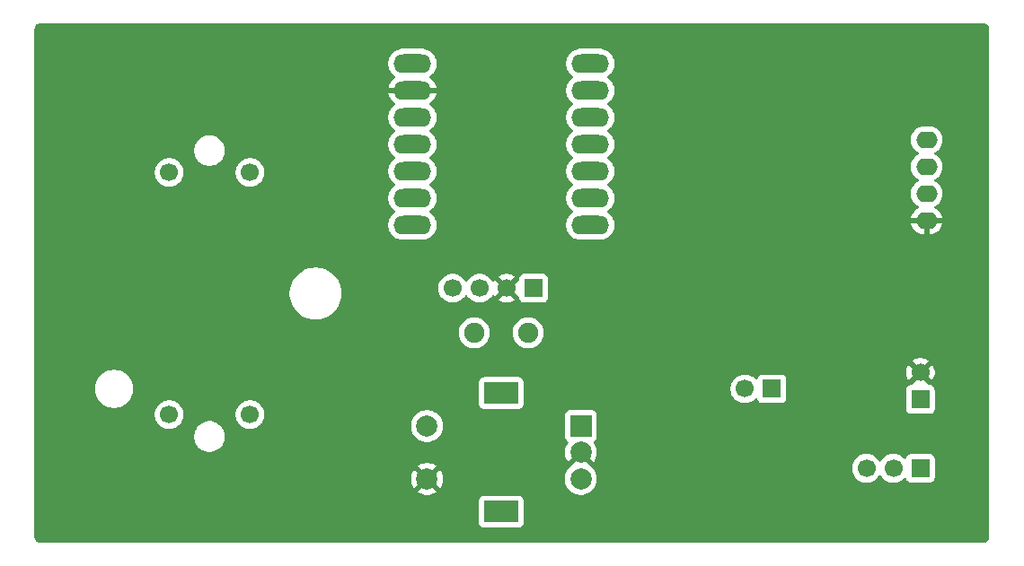
<source format=gbr>
%TF.GenerationSoftware,KiCad,Pcbnew,9.0.6*%
%TF.CreationDate,2026-02-02T20:02:42-08:00*%
%TF.ProjectId,Display Device,44697370-6c61-4792-9044-65766963652e,rev?*%
%TF.SameCoordinates,Original*%
%TF.FileFunction,Copper,L2,Bot*%
%TF.FilePolarity,Positive*%
%FSLAX46Y46*%
G04 Gerber Fmt 4.6, Leading zero omitted, Abs format (unit mm)*
G04 Created by KiCad (PCBNEW 9.0.6) date 2026-02-02 20:02:42*
%MOMM*%
%LPD*%
G01*
G04 APERTURE LIST*
%TA.AperFunction,ComponentPad*%
%ADD10O,2.000000X1.600000*%
%TD*%
%TA.AperFunction,ComponentPad*%
%ADD11R,1.700000X1.700000*%
%TD*%
%TA.AperFunction,ComponentPad*%
%ADD12C,1.700000*%
%TD*%
%TA.AperFunction,ComponentPad*%
%ADD13R,2.000000X2.000000*%
%TD*%
%TA.AperFunction,ComponentPad*%
%ADD14C,2.000000*%
%TD*%
%TA.AperFunction,ComponentPad*%
%ADD15R,3.200000X2.000000*%
%TD*%
%TA.AperFunction,ComponentPad*%
%ADD16O,3.556000X1.778000*%
%TD*%
%TA.AperFunction,ComponentPad*%
%ADD17C,1.905000*%
%TD*%
G04 APERTURE END LIST*
D10*
%TO.P,Brd1,1,GND*%
%TO.N,GND*%
X220600000Y-65620000D03*
%TO.P,Brd1,2,VCC*%
%TO.N,+3.3V*%
X220600000Y-63080000D03*
%TO.P,Brd1,3,SCL*%
%TO.N,Net-(Brd1-SCL)*%
X220600000Y-60540000D03*
%TO.P,Brd1,4,SDA*%
%TO.N,Net-(Brd1-SDA)*%
X220600000Y-58000000D03*
%TD*%
D11*
%TO.P,BT1,1,+*%
%TO.N,/BAT*%
X220000000Y-82500000D03*
D12*
%TO.P,BT1,2,-*%
%TO.N,GND*%
X220000000Y-79960000D03*
%TD*%
D13*
%TO.P,SW2,A,A*%
%TO.N,Net-(U2-GPIO8_A9_D9_CIPO)*%
X188000000Y-85000000D03*
D14*
%TO.P,SW2,B,B*%
%TO.N,Net-(U2-GPIO7_A8_D8_SCK)*%
X188000000Y-90000000D03*
%TO.P,SW2,C,C*%
%TO.N,GND*%
X188000000Y-87500000D03*
D15*
%TO.P,SW2,MP*%
%TO.N,N/C*%
X180500000Y-93100000D03*
X180500000Y-81900000D03*
D14*
%TO.P,SW2,S1,S1*%
%TO.N,GND*%
X173500000Y-90000000D03*
%TO.P,SW2,S2,S2*%
%TO.N,Net-(U2-GPIO44_D7_RX)*%
X173500000Y-85000000D03*
%TD*%
D11*
%TO.P,SW1,1,A*%
%TO.N,unconnected-(SW1-A-Pad1)*%
X220000000Y-89000000D03*
D12*
%TO.P,SW1,2,B*%
%TO.N,/BAT*%
X217460000Y-89000000D03*
%TO.P,SW1,3,C*%
%TO.N,/VCC*%
X214920000Y-89000000D03*
%TD*%
D11*
%TO.P,D1,1,DOUT*%
%TO.N,unconnected-(D1-DOUT-Pad1)*%
X183540000Y-72000000D03*
D12*
%TO.P,D1,2,GND*%
%TO.N,GND*%
X181000000Y-72000000D03*
%TO.P,D1,3,VDD*%
%TO.N,+3.3V*%
X178460000Y-72000000D03*
%TO.P,D1,4,DIN*%
%TO.N,Net-(D1-DIN)*%
X175920000Y-72000000D03*
%TD*%
%TO.P,M1,1*%
%TO.N,Net-(U2-GPIO2_A1_D1)*%
X156810000Y-61070000D03*
%TO.P,M1,2,-*%
%TO.N,Net-(M1--)*%
X149190000Y-61070000D03*
%TO.P,M1,3*%
%TO.N,Net-(U2-GPIO3_A2_D2)*%
X149190000Y-83930000D03*
%TO.P,M1,4*%
%TO.N,Net-(U2-GPIO4_A3_D3)*%
X156810000Y-83930000D03*
%TD*%
D11*
%TO.P,SW3,1,A*%
%TO.N,Net-(SW3-A)*%
X206000000Y-81500000D03*
D12*
%TO.P,SW3,2,B*%
%TO.N,Net-(SW3-B)*%
X203460000Y-81500000D03*
%TD*%
D16*
%TO.P,U2,1,GPIO1_A0_D0*%
%TO.N,Net-(M1--)*%
X188882000Y-50800000D03*
%TO.P,U2,2,GPIO2_A1_D1*%
%TO.N,Net-(U2-GPIO2_A1_D1)*%
X188882000Y-53340000D03*
%TO.P,U2,3,GPIO3_A2_D2*%
%TO.N,Net-(U2-GPIO3_A2_D2)*%
X188882000Y-55880000D03*
%TO.P,U2,4,GPIO4_A3_D3*%
%TO.N,Net-(U2-GPIO4_A3_D3)*%
X188882000Y-58420000D03*
%TO.P,U2,5,GPIO4_A3_D3_SDA*%
%TO.N,Net-(Brd1-SDA)*%
X188882000Y-60960000D03*
%TO.P,U2,6,GPIO6_A5_D5_SCL*%
%TO.N,Net-(Brd1-SCL)*%
X188882000Y-63500000D03*
%TO.P,U2,7,GPIO43_TX_D6*%
%TO.N,Net-(SW3-B)*%
X188882000Y-66040000D03*
%TO.P,U2,8,GPIO44_D7_RX*%
%TO.N,Net-(U2-GPIO44_D7_RX)*%
X172118000Y-66040000D03*
%TO.P,U2,9,GPIO7_A8_D8_SCK*%
%TO.N,Net-(U2-GPIO7_A8_D8_SCK)*%
X172118000Y-63500000D03*
%TO.P,U2,10,GPIO8_A9_D9_CIPO*%
%TO.N,Net-(U2-GPIO8_A9_D9_CIPO)*%
X172118000Y-60960000D03*
%TO.P,U2,11,GPIO9_A10_D10_COPI*%
%TO.N,Net-(D1-DIN)*%
X172118000Y-58420000D03*
%TO.P,U2,12,3V3*%
%TO.N,+3.3V*%
X172118000Y-55880000D03*
%TO.P,U2,13,GND*%
%TO.N,GND*%
X172118000Y-53340000D03*
%TO.P,U2,14,5V*%
%TO.N,/VCC*%
X172118000Y-50800000D03*
D17*
%TO.P,U2,15,+BATT*%
%TO.N,unconnected-(U2-+BATT-Pad15)*%
X183040000Y-76200000D03*
%TO.P,U2,16,-BATT*%
%TO.N,unconnected-(U2--BATT-Pad16)*%
X177960000Y-76200000D03*
%TD*%
%TA.AperFunction,Conductor*%
%TO.N,GND*%
G36*
X226006922Y-47001280D02*
G01*
X226097266Y-47011459D01*
X226124331Y-47017636D01*
X226203540Y-47045352D01*
X226228553Y-47057398D01*
X226299606Y-47102043D01*
X226321313Y-47119355D01*
X226380644Y-47178686D01*
X226397957Y-47200395D01*
X226442600Y-47271444D01*
X226454648Y-47296462D01*
X226482362Y-47375666D01*
X226488540Y-47402735D01*
X226498720Y-47493076D01*
X226499500Y-47506961D01*
X226499500Y-95493038D01*
X226498720Y-95506922D01*
X226498720Y-95506923D01*
X226488540Y-95597264D01*
X226482362Y-95624333D01*
X226454648Y-95703537D01*
X226442600Y-95728555D01*
X226397957Y-95799604D01*
X226380644Y-95821313D01*
X226321313Y-95880644D01*
X226299604Y-95897957D01*
X226228555Y-95942600D01*
X226203537Y-95954648D01*
X226124333Y-95982362D01*
X226097264Y-95988540D01*
X226017075Y-95997576D01*
X226006921Y-95998720D01*
X225993038Y-95999500D01*
X137006962Y-95999500D01*
X136993078Y-95998720D01*
X136980553Y-95997308D01*
X136902735Y-95988540D01*
X136875666Y-95982362D01*
X136796462Y-95954648D01*
X136771444Y-95942600D01*
X136700395Y-95897957D01*
X136678686Y-95880644D01*
X136619355Y-95821313D01*
X136602042Y-95799604D01*
X136557399Y-95728555D01*
X136545351Y-95703537D01*
X136517637Y-95624333D01*
X136511459Y-95597263D01*
X136501280Y-95506922D01*
X136500500Y-95493038D01*
X136500500Y-92052135D01*
X178399500Y-92052135D01*
X178399500Y-94147870D01*
X178399501Y-94147876D01*
X178405908Y-94207483D01*
X178456202Y-94342328D01*
X178456206Y-94342335D01*
X178542452Y-94457544D01*
X178542455Y-94457547D01*
X178657664Y-94543793D01*
X178657671Y-94543797D01*
X178792517Y-94594091D01*
X178792516Y-94594091D01*
X178799444Y-94594835D01*
X178852127Y-94600500D01*
X182147872Y-94600499D01*
X182207483Y-94594091D01*
X182342331Y-94543796D01*
X182457546Y-94457546D01*
X182543796Y-94342331D01*
X182594091Y-94207483D01*
X182600500Y-94147873D01*
X182600499Y-92052128D01*
X182594091Y-91992517D01*
X182543796Y-91857669D01*
X182543795Y-91857668D01*
X182543793Y-91857664D01*
X182457547Y-91742455D01*
X182457544Y-91742452D01*
X182342335Y-91656206D01*
X182342328Y-91656202D01*
X182207482Y-91605908D01*
X182207483Y-91605908D01*
X182147883Y-91599501D01*
X182147881Y-91599500D01*
X182147873Y-91599500D01*
X182147864Y-91599500D01*
X178852129Y-91599500D01*
X178852123Y-91599501D01*
X178792516Y-91605908D01*
X178657671Y-91656202D01*
X178657664Y-91656206D01*
X178542455Y-91742452D01*
X178542452Y-91742455D01*
X178456206Y-91857664D01*
X178456202Y-91857671D01*
X178405908Y-91992517D01*
X178399501Y-92052116D01*
X178399501Y-92052123D01*
X178399500Y-92052135D01*
X136500500Y-92052135D01*
X136500500Y-89881947D01*
X172000000Y-89881947D01*
X172000000Y-90118052D01*
X172036934Y-90351247D01*
X172109897Y-90575802D01*
X172217087Y-90786174D01*
X172277338Y-90869104D01*
X172277340Y-90869105D01*
X173017037Y-90129408D01*
X173034075Y-90192993D01*
X173099901Y-90307007D01*
X173192993Y-90400099D01*
X173307007Y-90465925D01*
X173370590Y-90482962D01*
X172630893Y-91222658D01*
X172713828Y-91282914D01*
X172924197Y-91390102D01*
X173148752Y-91463065D01*
X173148751Y-91463065D01*
X173381948Y-91500000D01*
X173618052Y-91500000D01*
X173851247Y-91463065D01*
X174075802Y-91390102D01*
X174286163Y-91282918D01*
X174286169Y-91282914D01*
X174369104Y-91222658D01*
X174369105Y-91222658D01*
X173629408Y-90482962D01*
X173692993Y-90465925D01*
X173807007Y-90400099D01*
X173900099Y-90307007D01*
X173965925Y-90192993D01*
X173982962Y-90129408D01*
X174722658Y-90869105D01*
X174722658Y-90869104D01*
X174782914Y-90786169D01*
X174782918Y-90786163D01*
X174890102Y-90575802D01*
X174963065Y-90351247D01*
X175000000Y-90118052D01*
X175000000Y-89881947D01*
X174963065Y-89648752D01*
X174890102Y-89424197D01*
X174782914Y-89213828D01*
X174722658Y-89130894D01*
X174722658Y-89130893D01*
X173982962Y-89870590D01*
X173965925Y-89807007D01*
X173900099Y-89692993D01*
X173807007Y-89599901D01*
X173692993Y-89534075D01*
X173629409Y-89517037D01*
X174369105Y-88777340D01*
X174369104Y-88777338D01*
X174286174Y-88717087D01*
X174075802Y-88609897D01*
X173851247Y-88536934D01*
X173851248Y-88536934D01*
X173618052Y-88500000D01*
X173381948Y-88500000D01*
X173148752Y-88536934D01*
X172924197Y-88609897D01*
X172713830Y-88717084D01*
X172630894Y-88777340D01*
X173370591Y-89517037D01*
X173307007Y-89534075D01*
X173192993Y-89599901D01*
X173099901Y-89692993D01*
X173034075Y-89807007D01*
X173017037Y-89870591D01*
X172277340Y-89130894D01*
X172217084Y-89213830D01*
X172109897Y-89424197D01*
X172036934Y-89648752D01*
X172000000Y-89881947D01*
X136500500Y-89881947D01*
X136500500Y-85885837D01*
X151549500Y-85885837D01*
X151549500Y-86114162D01*
X151585215Y-86339660D01*
X151655770Y-86556803D01*
X151735777Y-86713824D01*
X151759421Y-86760228D01*
X151893621Y-86944937D01*
X152055063Y-87106379D01*
X152239772Y-87240579D01*
X152335884Y-87289550D01*
X152443196Y-87344229D01*
X152443198Y-87344229D01*
X152443201Y-87344231D01*
X152545343Y-87377419D01*
X152660339Y-87414784D01*
X152885838Y-87450500D01*
X152885843Y-87450500D01*
X153114162Y-87450500D01*
X153339660Y-87414784D01*
X153351601Y-87410904D01*
X153556799Y-87344231D01*
X153760228Y-87240579D01*
X153944937Y-87106379D01*
X154106379Y-86944937D01*
X154240579Y-86760228D01*
X154344231Y-86556799D01*
X154414784Y-86339660D01*
X154430199Y-86242335D01*
X154450500Y-86114162D01*
X154450500Y-85885837D01*
X154414784Y-85660339D01*
X154344229Y-85443196D01*
X154240578Y-85239771D01*
X154198283Y-85181557D01*
X154106379Y-85055063D01*
X153944937Y-84893621D01*
X153760228Y-84759421D01*
X153556803Y-84655770D01*
X153339660Y-84585215D01*
X153114162Y-84549500D01*
X153114157Y-84549500D01*
X152885843Y-84549500D01*
X152885838Y-84549500D01*
X152660339Y-84585215D01*
X152443196Y-84655770D01*
X152239771Y-84759421D01*
X152055061Y-84893622D01*
X151893622Y-85055061D01*
X151759421Y-85239771D01*
X151655770Y-85443196D01*
X151585215Y-85660339D01*
X151549500Y-85885837D01*
X136500500Y-85885837D01*
X136500500Y-83823713D01*
X147839500Y-83823713D01*
X147839500Y-84036286D01*
X147872753Y-84246239D01*
X147938444Y-84448414D01*
X148034951Y-84637820D01*
X148159890Y-84809786D01*
X148310213Y-84960109D01*
X148482179Y-85085048D01*
X148482181Y-85085049D01*
X148482184Y-85085051D01*
X148671588Y-85181557D01*
X148873757Y-85247246D01*
X149083713Y-85280500D01*
X149083714Y-85280500D01*
X149296286Y-85280500D01*
X149296287Y-85280500D01*
X149506243Y-85247246D01*
X149708412Y-85181557D01*
X149897816Y-85085051D01*
X149939094Y-85055061D01*
X150069786Y-84960109D01*
X150069788Y-84960106D01*
X150069792Y-84960104D01*
X150220104Y-84809792D01*
X150220106Y-84809788D01*
X150220109Y-84809786D01*
X150345048Y-84637820D01*
X150345049Y-84637819D01*
X150345051Y-84637816D01*
X150441557Y-84448412D01*
X150507246Y-84246243D01*
X150540500Y-84036287D01*
X150540500Y-83823713D01*
X155459500Y-83823713D01*
X155459500Y-84036286D01*
X155492753Y-84246239D01*
X155558444Y-84448414D01*
X155654951Y-84637820D01*
X155779890Y-84809786D01*
X155930213Y-84960109D01*
X156102179Y-85085048D01*
X156102181Y-85085049D01*
X156102184Y-85085051D01*
X156291588Y-85181557D01*
X156493757Y-85247246D01*
X156703713Y-85280500D01*
X156703714Y-85280500D01*
X156916286Y-85280500D01*
X156916287Y-85280500D01*
X157126243Y-85247246D01*
X157328412Y-85181557D01*
X157517816Y-85085051D01*
X157559094Y-85055061D01*
X157689786Y-84960109D01*
X157689788Y-84960106D01*
X157689792Y-84960104D01*
X157767994Y-84881902D01*
X171999500Y-84881902D01*
X171999500Y-85118097D01*
X172036446Y-85351368D01*
X172109433Y-85575996D01*
X172152409Y-85660340D01*
X172216657Y-85786433D01*
X172355483Y-85977510D01*
X172522490Y-86144517D01*
X172713567Y-86283343D01*
X172812991Y-86334002D01*
X172924003Y-86390566D01*
X172924005Y-86390566D01*
X172924008Y-86390568D01*
X173000076Y-86415284D01*
X173148631Y-86463553D01*
X173381903Y-86500500D01*
X173381908Y-86500500D01*
X173618097Y-86500500D01*
X173851368Y-86463553D01*
X173906455Y-86445654D01*
X174075992Y-86390568D01*
X174286433Y-86283343D01*
X174477510Y-86144517D01*
X174644517Y-85977510D01*
X174783343Y-85786433D01*
X174890568Y-85575992D01*
X174963553Y-85351368D01*
X175000500Y-85118097D01*
X175000500Y-84881902D01*
X174963553Y-84648631D01*
X174890566Y-84424003D01*
X174783342Y-84213566D01*
X174644517Y-84022490D01*
X174574162Y-83952135D01*
X186499500Y-83952135D01*
X186499500Y-86047870D01*
X186499501Y-86047876D01*
X186505908Y-86107483D01*
X186556202Y-86242328D01*
X186556206Y-86242335D01*
X186642452Y-86357544D01*
X186642453Y-86357544D01*
X186642454Y-86357546D01*
X186686563Y-86390566D01*
X186760599Y-86445990D01*
X186802469Y-86501924D01*
X186807453Y-86571615D01*
X186786605Y-86618141D01*
X186717087Y-86713824D01*
X186609897Y-86924197D01*
X186536934Y-87148752D01*
X186500000Y-87381947D01*
X186500000Y-87618052D01*
X186536934Y-87851247D01*
X186609897Y-88075802D01*
X186717087Y-88286174D01*
X186777338Y-88369104D01*
X186777340Y-88369105D01*
X187517037Y-87629408D01*
X187534075Y-87692993D01*
X187599901Y-87807007D01*
X187692993Y-87900099D01*
X187807007Y-87965925D01*
X187870590Y-87982962D01*
X187124280Y-88729271D01*
X187115105Y-88772947D01*
X187078739Y-88814615D01*
X187022490Y-88855482D01*
X186855485Y-89022487D01*
X186855485Y-89022488D01*
X186855483Y-89022490D01*
X186795862Y-89104550D01*
X186716657Y-89213566D01*
X186609433Y-89424003D01*
X186536446Y-89648631D01*
X186499500Y-89881902D01*
X186499500Y-90118097D01*
X186536446Y-90351368D01*
X186609433Y-90575996D01*
X186716519Y-90786163D01*
X186716657Y-90786433D01*
X186855483Y-90977510D01*
X187022490Y-91144517D01*
X187213567Y-91283343D01*
X187312991Y-91334002D01*
X187424003Y-91390566D01*
X187424005Y-91390566D01*
X187424008Y-91390568D01*
X187544412Y-91429689D01*
X187648631Y-91463553D01*
X187881903Y-91500500D01*
X187881908Y-91500500D01*
X188118097Y-91500500D01*
X188351368Y-91463553D01*
X188352870Y-91463065D01*
X188575992Y-91390568D01*
X188786433Y-91283343D01*
X188977510Y-91144517D01*
X189144517Y-90977510D01*
X189283343Y-90786433D01*
X189390568Y-90575992D01*
X189463553Y-90351368D01*
X189472671Y-90293797D01*
X189500500Y-90118097D01*
X189500500Y-89881902D01*
X189463553Y-89648631D01*
X189415259Y-89500000D01*
X189390568Y-89424008D01*
X189390566Y-89424005D01*
X189390566Y-89424003D01*
X189283477Y-89213830D01*
X189283343Y-89213567D01*
X189144517Y-89022490D01*
X189015740Y-88893713D01*
X213569500Y-88893713D01*
X213569500Y-89106286D01*
X213602753Y-89316239D01*
X213668444Y-89518414D01*
X213764951Y-89707820D01*
X213889890Y-89879786D01*
X214040213Y-90030109D01*
X214212179Y-90155048D01*
X214212181Y-90155049D01*
X214212184Y-90155051D01*
X214401588Y-90251557D01*
X214603757Y-90317246D01*
X214813713Y-90350500D01*
X214813714Y-90350500D01*
X215026286Y-90350500D01*
X215026287Y-90350500D01*
X215236243Y-90317246D01*
X215438412Y-90251557D01*
X215627816Y-90155051D01*
X215714138Y-90092335D01*
X215799786Y-90030109D01*
X215799788Y-90030106D01*
X215799792Y-90030104D01*
X215950104Y-89879792D01*
X215950106Y-89879788D01*
X215950109Y-89879786D01*
X216075048Y-89707820D01*
X216075047Y-89707820D01*
X216075051Y-89707816D01*
X216079514Y-89699054D01*
X216127488Y-89648259D01*
X216195308Y-89631463D01*
X216261444Y-89653999D01*
X216300486Y-89699056D01*
X216304951Y-89707820D01*
X216429890Y-89879786D01*
X216580213Y-90030109D01*
X216752179Y-90155048D01*
X216752181Y-90155049D01*
X216752184Y-90155051D01*
X216941588Y-90251557D01*
X217143757Y-90317246D01*
X217353713Y-90350500D01*
X217353714Y-90350500D01*
X217566286Y-90350500D01*
X217566287Y-90350500D01*
X217776243Y-90317246D01*
X217978412Y-90251557D01*
X218167816Y-90155051D01*
X218339792Y-90030104D01*
X218453329Y-89916566D01*
X218514648Y-89883084D01*
X218584340Y-89888068D01*
X218640274Y-89929939D01*
X218657189Y-89960917D01*
X218706202Y-90092328D01*
X218706206Y-90092335D01*
X218792452Y-90207544D01*
X218792455Y-90207547D01*
X218907664Y-90293793D01*
X218907671Y-90293797D01*
X219042517Y-90344091D01*
X219042516Y-90344091D01*
X219049444Y-90344835D01*
X219102127Y-90350500D01*
X220897872Y-90350499D01*
X220957483Y-90344091D01*
X221092331Y-90293796D01*
X221207546Y-90207546D01*
X221293796Y-90092331D01*
X221344091Y-89957483D01*
X221350500Y-89897873D01*
X221350499Y-88102128D01*
X221344091Y-88042517D01*
X221342810Y-88039083D01*
X221293797Y-87907671D01*
X221293793Y-87907664D01*
X221207547Y-87792455D01*
X221207544Y-87792452D01*
X221092335Y-87706206D01*
X221092328Y-87706202D01*
X220957482Y-87655908D01*
X220957483Y-87655908D01*
X220897883Y-87649501D01*
X220897881Y-87649500D01*
X220897873Y-87649500D01*
X220897864Y-87649500D01*
X219102129Y-87649500D01*
X219102123Y-87649501D01*
X219042516Y-87655908D01*
X218907671Y-87706202D01*
X218907664Y-87706206D01*
X218792455Y-87792452D01*
X218792452Y-87792455D01*
X218706206Y-87907664D01*
X218706203Y-87907669D01*
X218657189Y-88039083D01*
X218615317Y-88095016D01*
X218549853Y-88119433D01*
X218481580Y-88104581D01*
X218453326Y-88083430D01*
X218339786Y-87969890D01*
X218167820Y-87844951D01*
X217978414Y-87748444D01*
X217978413Y-87748443D01*
X217978412Y-87748443D01*
X217776243Y-87682754D01*
X217776241Y-87682753D01*
X217776240Y-87682753D01*
X217614957Y-87657208D01*
X217566287Y-87649500D01*
X217353713Y-87649500D01*
X217305042Y-87657208D01*
X217143760Y-87682753D01*
X216941585Y-87748444D01*
X216752179Y-87844951D01*
X216580213Y-87969890D01*
X216429890Y-88120213D01*
X216304949Y-88292182D01*
X216300484Y-88300946D01*
X216252509Y-88351742D01*
X216184688Y-88368536D01*
X216118553Y-88345998D01*
X216079516Y-88300946D01*
X216075050Y-88292182D01*
X215950109Y-88120213D01*
X215799786Y-87969890D01*
X215627820Y-87844951D01*
X215438414Y-87748444D01*
X215438413Y-87748443D01*
X215438412Y-87748443D01*
X215236243Y-87682754D01*
X215236241Y-87682753D01*
X215236240Y-87682753D01*
X215074957Y-87657208D01*
X215026287Y-87649500D01*
X214813713Y-87649500D01*
X214765042Y-87657208D01*
X214603760Y-87682753D01*
X214401585Y-87748444D01*
X214212179Y-87844951D01*
X214040213Y-87969890D01*
X213889890Y-88120213D01*
X213764951Y-88292179D01*
X213668444Y-88481585D01*
X213602753Y-88683760D01*
X213569500Y-88893713D01*
X189015740Y-88893713D01*
X188977510Y-88855483D01*
X188921259Y-88814614D01*
X188878595Y-88759284D01*
X188873902Y-88727455D01*
X188129408Y-87982962D01*
X188192993Y-87965925D01*
X188307007Y-87900099D01*
X188400099Y-87807007D01*
X188465925Y-87692993D01*
X188482962Y-87629409D01*
X189222658Y-88369105D01*
X189222658Y-88369104D01*
X189282914Y-88286169D01*
X189282918Y-88286163D01*
X189390102Y-88075802D01*
X189463065Y-87851247D01*
X189500000Y-87618052D01*
X189500000Y-87381947D01*
X189463065Y-87148752D01*
X189390102Y-86924197D01*
X189282914Y-86713828D01*
X189213394Y-86618142D01*
X189189914Y-86552335D01*
X189205739Y-86484281D01*
X189239401Y-86445989D01*
X189242329Y-86443796D01*
X189242331Y-86443796D01*
X189357546Y-86357546D01*
X189443796Y-86242331D01*
X189494091Y-86107483D01*
X189500500Y-86047873D01*
X189500499Y-83952128D01*
X189494091Y-83892517D01*
X189480278Y-83855483D01*
X189443797Y-83757671D01*
X189443793Y-83757664D01*
X189357547Y-83642455D01*
X189357544Y-83642452D01*
X189242335Y-83556206D01*
X189242328Y-83556202D01*
X189107482Y-83505908D01*
X189107483Y-83505908D01*
X189047883Y-83499501D01*
X189047881Y-83499500D01*
X189047873Y-83499500D01*
X189047864Y-83499500D01*
X186952129Y-83499500D01*
X186952123Y-83499501D01*
X186892516Y-83505908D01*
X186757671Y-83556202D01*
X186757664Y-83556206D01*
X186642455Y-83642452D01*
X186642452Y-83642455D01*
X186556206Y-83757664D01*
X186556202Y-83757671D01*
X186505908Y-83892517D01*
X186499501Y-83952116D01*
X186499501Y-83952123D01*
X186499500Y-83952135D01*
X174574162Y-83952135D01*
X174477510Y-83855483D01*
X174286433Y-83716657D01*
X174268548Y-83707544D01*
X174075996Y-83609433D01*
X173851368Y-83536446D01*
X173618097Y-83499500D01*
X173618092Y-83499500D01*
X173381908Y-83499500D01*
X173381903Y-83499500D01*
X173148631Y-83536446D01*
X172924003Y-83609433D01*
X172713566Y-83716657D01*
X172657119Y-83757669D01*
X172522490Y-83855483D01*
X172522488Y-83855485D01*
X172522487Y-83855485D01*
X172355485Y-84022487D01*
X172355485Y-84022488D01*
X172355483Y-84022490D01*
X172345460Y-84036286D01*
X172216657Y-84213566D01*
X172109433Y-84424003D01*
X172036446Y-84648631D01*
X171999500Y-84881902D01*
X157767994Y-84881902D01*
X157840104Y-84809792D01*
X157840513Y-84809228D01*
X157844201Y-84804154D01*
X157844202Y-84804153D01*
X157844203Y-84804151D01*
X157895367Y-84733727D01*
X157965051Y-84637816D01*
X158061557Y-84448412D01*
X158127246Y-84246243D01*
X158160500Y-84036287D01*
X158160500Y-83823713D01*
X158127246Y-83613757D01*
X158061557Y-83411588D01*
X157965051Y-83222184D01*
X157965049Y-83222181D01*
X157965048Y-83222179D01*
X157840109Y-83050213D01*
X157689786Y-82899890D01*
X157517820Y-82774951D01*
X157328414Y-82678444D01*
X157328413Y-82678443D01*
X157328412Y-82678443D01*
X157126243Y-82612754D01*
X157126241Y-82612753D01*
X157126240Y-82612753D01*
X156964957Y-82587208D01*
X156916287Y-82579500D01*
X156703713Y-82579500D01*
X156655042Y-82587208D01*
X156493760Y-82612753D01*
X156291585Y-82678444D01*
X156102179Y-82774951D01*
X155930213Y-82899890D01*
X155779890Y-83050213D01*
X155654951Y-83222179D01*
X155558444Y-83411585D01*
X155492753Y-83613760D01*
X155459500Y-83823713D01*
X150540500Y-83823713D01*
X150507246Y-83613757D01*
X150441557Y-83411588D01*
X150345051Y-83222184D01*
X150345049Y-83222181D01*
X150345048Y-83222179D01*
X150220109Y-83050213D01*
X150069786Y-82899890D01*
X149897820Y-82774951D01*
X149708414Y-82678444D01*
X149708413Y-82678443D01*
X149708412Y-82678443D01*
X149506243Y-82612754D01*
X149506241Y-82612753D01*
X149506240Y-82612753D01*
X149344957Y-82587208D01*
X149296287Y-82579500D01*
X149083713Y-82579500D01*
X149035042Y-82587208D01*
X148873760Y-82612753D01*
X148671585Y-82678444D01*
X148482179Y-82774951D01*
X148310213Y-82899890D01*
X148159890Y-83050213D01*
X148034951Y-83222179D01*
X147938444Y-83411585D01*
X147872753Y-83613760D01*
X147839500Y-83823713D01*
X136500500Y-83823713D01*
X136500500Y-81381995D01*
X142199500Y-81381995D01*
X142199500Y-81618004D01*
X142199501Y-81618020D01*
X142230306Y-81852010D01*
X142291394Y-82079993D01*
X142381714Y-82298045D01*
X142381719Y-82298056D01*
X142439344Y-82397864D01*
X142499727Y-82502450D01*
X142499729Y-82502453D01*
X142499730Y-82502454D01*
X142643406Y-82689697D01*
X142643412Y-82689704D01*
X142810295Y-82856587D01*
X142810301Y-82856592D01*
X142997550Y-83000273D01*
X143084049Y-83050213D01*
X143201943Y-83118280D01*
X143201948Y-83118282D01*
X143201951Y-83118284D01*
X143420007Y-83208606D01*
X143647986Y-83269693D01*
X143881989Y-83300500D01*
X143881996Y-83300500D01*
X144118004Y-83300500D01*
X144118011Y-83300500D01*
X144352014Y-83269693D01*
X144579993Y-83208606D01*
X144798049Y-83118284D01*
X145002450Y-83000273D01*
X145189699Y-82856592D01*
X145356592Y-82689699D01*
X145500273Y-82502450D01*
X145618284Y-82298049D01*
X145708606Y-82079993D01*
X145769693Y-81852014D01*
X145800500Y-81618011D01*
X145800500Y-81381989D01*
X145769693Y-81147986D01*
X145708606Y-80920007D01*
X145680492Y-80852135D01*
X178399500Y-80852135D01*
X178399500Y-82947870D01*
X178399501Y-82947876D01*
X178405908Y-83007483D01*
X178456202Y-83142328D01*
X178456206Y-83142335D01*
X178542452Y-83257544D01*
X178542455Y-83257547D01*
X178657664Y-83343793D01*
X178657671Y-83343797D01*
X178792517Y-83394091D01*
X178792516Y-83394091D01*
X178799444Y-83394835D01*
X178852127Y-83400500D01*
X182147872Y-83400499D01*
X182207483Y-83394091D01*
X182342331Y-83343796D01*
X182457546Y-83257546D01*
X182543796Y-83142331D01*
X182594091Y-83007483D01*
X182600500Y-82947873D01*
X182600499Y-81393713D01*
X202109500Y-81393713D01*
X202109500Y-81606287D01*
X202142754Y-81816243D01*
X202154375Y-81852010D01*
X202208444Y-82018414D01*
X202304951Y-82207820D01*
X202429890Y-82379786D01*
X202580213Y-82530109D01*
X202752179Y-82655048D01*
X202752181Y-82655049D01*
X202752184Y-82655051D01*
X202941588Y-82751557D01*
X203143757Y-82817246D01*
X203353713Y-82850500D01*
X203353714Y-82850500D01*
X203566286Y-82850500D01*
X203566287Y-82850500D01*
X203776243Y-82817246D01*
X203978412Y-82751557D01*
X204167816Y-82655051D01*
X204339792Y-82530104D01*
X204453329Y-82416566D01*
X204514648Y-82383084D01*
X204584340Y-82388068D01*
X204640274Y-82429939D01*
X204657189Y-82460917D01*
X204706202Y-82592328D01*
X204706206Y-82592335D01*
X204792452Y-82707544D01*
X204792455Y-82707547D01*
X204907664Y-82793793D01*
X204907671Y-82793797D01*
X205042517Y-82844091D01*
X205042516Y-82844091D01*
X205049444Y-82844835D01*
X205102127Y-82850500D01*
X206897872Y-82850499D01*
X206957483Y-82844091D01*
X207092331Y-82793796D01*
X207207546Y-82707546D01*
X207293796Y-82592331D01*
X207344091Y-82457483D01*
X207350500Y-82397873D01*
X207350499Y-81602135D01*
X218649500Y-81602135D01*
X218649500Y-83397870D01*
X218649501Y-83397876D01*
X218655908Y-83457483D01*
X218706202Y-83592328D01*
X218706206Y-83592335D01*
X218792452Y-83707544D01*
X218792455Y-83707547D01*
X218907664Y-83793793D01*
X218907671Y-83793797D01*
X219042517Y-83844091D01*
X219042516Y-83844091D01*
X219049444Y-83844835D01*
X219102127Y-83850500D01*
X220897872Y-83850499D01*
X220957483Y-83844091D01*
X221092331Y-83793796D01*
X221207546Y-83707546D01*
X221293796Y-83592331D01*
X221344091Y-83457483D01*
X221350500Y-83397873D01*
X221350499Y-81602128D01*
X221344091Y-81542517D01*
X221293796Y-81407669D01*
X221293795Y-81407668D01*
X221293793Y-81407664D01*
X221207547Y-81292455D01*
X221207544Y-81292452D01*
X221092335Y-81206206D01*
X221092328Y-81206202D01*
X220957482Y-81155908D01*
X220957483Y-81155908D01*
X220897883Y-81149501D01*
X220897881Y-81149500D01*
X220897873Y-81149500D01*
X220897865Y-81149500D01*
X220887309Y-81149500D01*
X220820270Y-81129815D01*
X220799628Y-81113181D01*
X220129408Y-80442962D01*
X220192993Y-80425925D01*
X220307007Y-80360099D01*
X220400099Y-80267007D01*
X220465925Y-80152993D01*
X220482962Y-80089408D01*
X221115270Y-80721717D01*
X221115270Y-80721716D01*
X221154622Y-80667554D01*
X221251095Y-80478217D01*
X221316757Y-80276130D01*
X221316757Y-80276127D01*
X221350000Y-80066246D01*
X221350000Y-79853753D01*
X221316757Y-79643872D01*
X221316757Y-79643869D01*
X221251095Y-79441782D01*
X221154624Y-79252449D01*
X221115270Y-79198282D01*
X221115269Y-79198282D01*
X220482962Y-79830590D01*
X220465925Y-79767007D01*
X220400099Y-79652993D01*
X220307007Y-79559901D01*
X220192993Y-79494075D01*
X220129409Y-79477037D01*
X220761716Y-78844728D01*
X220707550Y-78805375D01*
X220518217Y-78708904D01*
X220316129Y-78643242D01*
X220106246Y-78610000D01*
X219893754Y-78610000D01*
X219683872Y-78643242D01*
X219683869Y-78643242D01*
X219481782Y-78708904D01*
X219292439Y-78805380D01*
X219238282Y-78844727D01*
X219238282Y-78844728D01*
X219870591Y-79477037D01*
X219807007Y-79494075D01*
X219692993Y-79559901D01*
X219599901Y-79652993D01*
X219534075Y-79767007D01*
X219517037Y-79830591D01*
X218884728Y-79198282D01*
X218884727Y-79198282D01*
X218845380Y-79252439D01*
X218748904Y-79441782D01*
X218683242Y-79643869D01*
X218683242Y-79643872D01*
X218650000Y-79853753D01*
X218650000Y-80066246D01*
X218683242Y-80276127D01*
X218683242Y-80276130D01*
X218748904Y-80478217D01*
X218845375Y-80667550D01*
X218884728Y-80721716D01*
X219517037Y-80089408D01*
X219534075Y-80152993D01*
X219599901Y-80267007D01*
X219692993Y-80360099D01*
X219807007Y-80425925D01*
X219870590Y-80442962D01*
X219200370Y-81113181D01*
X219139047Y-81146666D01*
X219112698Y-81149500D01*
X219102134Y-81149500D01*
X219102123Y-81149501D01*
X219042516Y-81155908D01*
X218907671Y-81206202D01*
X218907664Y-81206206D01*
X218792455Y-81292452D01*
X218792452Y-81292455D01*
X218706206Y-81407664D01*
X218706202Y-81407671D01*
X218655908Y-81542517D01*
X218649857Y-81598805D01*
X218649501Y-81602123D01*
X218649500Y-81602135D01*
X207350499Y-81602135D01*
X207350499Y-81421635D01*
X207350499Y-80602129D01*
X207350498Y-80602123D01*
X207344091Y-80542516D01*
X207293797Y-80407671D01*
X207293793Y-80407664D01*
X207207547Y-80292455D01*
X207207544Y-80292452D01*
X207092335Y-80206206D01*
X207092328Y-80206202D01*
X206957482Y-80155908D01*
X206957483Y-80155908D01*
X206897883Y-80149501D01*
X206897881Y-80149500D01*
X206897873Y-80149500D01*
X206897864Y-80149500D01*
X205102129Y-80149500D01*
X205102123Y-80149501D01*
X205042516Y-80155908D01*
X204907671Y-80206202D01*
X204907664Y-80206206D01*
X204792455Y-80292452D01*
X204792452Y-80292455D01*
X204706206Y-80407664D01*
X204706203Y-80407669D01*
X204657189Y-80539083D01*
X204615317Y-80595016D01*
X204549853Y-80619433D01*
X204481580Y-80604581D01*
X204453326Y-80583430D01*
X204339786Y-80469890D01*
X204167820Y-80344951D01*
X203978414Y-80248444D01*
X203978413Y-80248443D01*
X203978412Y-80248443D01*
X203776243Y-80182754D01*
X203776241Y-80182753D01*
X203776240Y-80182753D01*
X203614957Y-80157208D01*
X203566287Y-80149500D01*
X203353713Y-80149500D01*
X203305042Y-80157208D01*
X203143760Y-80182753D01*
X202941585Y-80248444D01*
X202752179Y-80344951D01*
X202580213Y-80469890D01*
X202429890Y-80620213D01*
X202304951Y-80792179D01*
X202208444Y-80981585D01*
X202142753Y-81183760D01*
X202139198Y-81206206D01*
X202109500Y-81393713D01*
X182600499Y-81393713D01*
X182600499Y-80852128D01*
X182594091Y-80792517D01*
X182567684Y-80721717D01*
X182543797Y-80657671D01*
X182543793Y-80657664D01*
X182457547Y-80542455D01*
X182457544Y-80542452D01*
X182342335Y-80456206D01*
X182342328Y-80456202D01*
X182207482Y-80405908D01*
X182207483Y-80405908D01*
X182147883Y-80399501D01*
X182147881Y-80399500D01*
X182147873Y-80399500D01*
X182147864Y-80399500D01*
X178852129Y-80399500D01*
X178852123Y-80399501D01*
X178792516Y-80405908D01*
X178657671Y-80456202D01*
X178657664Y-80456206D01*
X178542455Y-80542452D01*
X178542452Y-80542455D01*
X178456206Y-80657664D01*
X178456202Y-80657671D01*
X178405908Y-80792517D01*
X178399501Y-80852116D01*
X178399501Y-80852123D01*
X178399500Y-80852135D01*
X145680492Y-80852135D01*
X145618284Y-80701951D01*
X145618282Y-80701948D01*
X145618280Y-80701943D01*
X145576118Y-80628918D01*
X145500273Y-80497550D01*
X145431301Y-80407664D01*
X145356593Y-80310302D01*
X145356587Y-80310295D01*
X145189704Y-80143412D01*
X145189697Y-80143406D01*
X145002457Y-79999732D01*
X145002455Y-79999730D01*
X145002450Y-79999727D01*
X144927174Y-79956266D01*
X144798056Y-79881719D01*
X144798045Y-79881714D01*
X144579993Y-79791394D01*
X144352010Y-79730306D01*
X144118020Y-79699501D01*
X144118017Y-79699500D01*
X144118011Y-79699500D01*
X143881989Y-79699500D01*
X143881983Y-79699500D01*
X143881979Y-79699501D01*
X143647989Y-79730306D01*
X143420006Y-79791394D01*
X143201954Y-79881714D01*
X143201943Y-79881719D01*
X142997545Y-79999730D01*
X142810302Y-80143406D01*
X142810295Y-80143412D01*
X142643412Y-80310295D01*
X142643406Y-80310302D01*
X142499730Y-80497545D01*
X142381719Y-80701943D01*
X142381714Y-80701954D01*
X142291394Y-80920006D01*
X142230306Y-81147989D01*
X142199501Y-81381979D01*
X142199500Y-81381995D01*
X136500500Y-81381995D01*
X136500500Y-76085646D01*
X176507000Y-76085646D01*
X176507000Y-76314353D01*
X176542778Y-76540246D01*
X176542778Y-76540249D01*
X176613450Y-76757755D01*
X176613452Y-76757758D01*
X176717283Y-76961538D01*
X176851714Y-77146566D01*
X177013434Y-77308286D01*
X177198462Y-77442717D01*
X177402242Y-77546548D01*
X177402244Y-77546549D01*
X177619751Y-77617221D01*
X177619752Y-77617221D01*
X177619755Y-77617222D01*
X177845646Y-77653000D01*
X177845647Y-77653000D01*
X178074353Y-77653000D01*
X178074354Y-77653000D01*
X178300245Y-77617222D01*
X178300248Y-77617221D01*
X178300249Y-77617221D01*
X178517755Y-77546549D01*
X178517755Y-77546548D01*
X178517758Y-77546548D01*
X178721538Y-77442717D01*
X178906566Y-77308286D01*
X179068286Y-77146566D01*
X179202717Y-76961538D01*
X179306548Y-76757758D01*
X179377222Y-76540245D01*
X179413000Y-76314354D01*
X179413000Y-76085646D01*
X181587000Y-76085646D01*
X181587000Y-76314353D01*
X181622778Y-76540246D01*
X181622778Y-76540249D01*
X181693450Y-76757755D01*
X181693452Y-76757758D01*
X181797283Y-76961538D01*
X181931714Y-77146566D01*
X182093434Y-77308286D01*
X182278462Y-77442717D01*
X182482242Y-77546548D01*
X182482244Y-77546549D01*
X182699751Y-77617221D01*
X182699752Y-77617221D01*
X182699755Y-77617222D01*
X182925646Y-77653000D01*
X182925647Y-77653000D01*
X183154353Y-77653000D01*
X183154354Y-77653000D01*
X183380245Y-77617222D01*
X183380248Y-77617221D01*
X183380249Y-77617221D01*
X183597755Y-77546549D01*
X183597755Y-77546548D01*
X183597758Y-77546548D01*
X183801538Y-77442717D01*
X183986566Y-77308286D01*
X184148286Y-77146566D01*
X184282717Y-76961538D01*
X184386548Y-76757758D01*
X184457222Y-76540245D01*
X184493000Y-76314354D01*
X184493000Y-76085646D01*
X184457222Y-75859755D01*
X184457221Y-75859751D01*
X184457221Y-75859750D01*
X184386549Y-75642244D01*
X184282716Y-75438461D01*
X184148286Y-75253434D01*
X183986566Y-75091714D01*
X183801538Y-74957283D01*
X183607544Y-74858438D01*
X183597755Y-74853450D01*
X183380248Y-74782778D01*
X183210826Y-74755944D01*
X183154354Y-74747000D01*
X182925646Y-74747000D01*
X182850349Y-74758926D01*
X182699753Y-74782778D01*
X182699750Y-74782778D01*
X182482244Y-74853450D01*
X182278461Y-74957283D01*
X182172896Y-75033980D01*
X182093434Y-75091714D01*
X182093432Y-75091716D01*
X182093431Y-75091716D01*
X181931716Y-75253431D01*
X181931716Y-75253432D01*
X181931714Y-75253434D01*
X181873980Y-75332896D01*
X181797283Y-75438461D01*
X181693450Y-75642244D01*
X181622778Y-75859750D01*
X181622778Y-75859753D01*
X181587000Y-76085646D01*
X179413000Y-76085646D01*
X179377222Y-75859755D01*
X179377221Y-75859751D01*
X179377221Y-75859750D01*
X179306549Y-75642244D01*
X179202716Y-75438461D01*
X179068286Y-75253434D01*
X178906566Y-75091714D01*
X178721538Y-74957283D01*
X178527544Y-74858438D01*
X178517755Y-74853450D01*
X178300248Y-74782778D01*
X178130826Y-74755944D01*
X178074354Y-74747000D01*
X177845646Y-74747000D01*
X177770349Y-74758926D01*
X177619753Y-74782778D01*
X177619750Y-74782778D01*
X177402244Y-74853450D01*
X177198461Y-74957283D01*
X177092896Y-75033980D01*
X177013434Y-75091714D01*
X177013432Y-75091716D01*
X177013431Y-75091716D01*
X176851716Y-75253431D01*
X176851716Y-75253432D01*
X176851714Y-75253434D01*
X176793980Y-75332896D01*
X176717283Y-75438461D01*
X176613450Y-75642244D01*
X176542778Y-75859750D01*
X176542778Y-75859753D01*
X176507000Y-76085646D01*
X136500500Y-76085646D01*
X136500500Y-72362378D01*
X160549500Y-72362378D01*
X160549500Y-72637621D01*
X160580315Y-72911108D01*
X160580317Y-72911124D01*
X160641561Y-73179453D01*
X160641565Y-73179465D01*
X160732467Y-73439246D01*
X160851884Y-73687218D01*
X160851886Y-73687221D01*
X160998319Y-73920268D01*
X161169925Y-74135455D01*
X161364545Y-74330075D01*
X161579732Y-74501681D01*
X161812779Y-74648114D01*
X162060757Y-74767534D01*
X162255865Y-74835805D01*
X162320534Y-74858434D01*
X162320546Y-74858438D01*
X162588879Y-74919683D01*
X162862378Y-74950499D01*
X162862379Y-74950500D01*
X162862383Y-74950500D01*
X163137621Y-74950500D01*
X163137621Y-74950499D01*
X163411121Y-74919683D01*
X163679454Y-74858438D01*
X163939243Y-74767534D01*
X164187221Y-74648114D01*
X164420268Y-74501681D01*
X164635455Y-74330075D01*
X164830075Y-74135455D01*
X165001681Y-73920268D01*
X165148114Y-73687221D01*
X165267534Y-73439243D01*
X165358438Y-73179454D01*
X165419683Y-72911121D01*
X165450500Y-72637617D01*
X165450500Y-72362383D01*
X165419683Y-72088879D01*
X165399397Y-71999999D01*
X165380324Y-71916433D01*
X165375138Y-71893713D01*
X174569500Y-71893713D01*
X174569500Y-72106287D01*
X174602754Y-72316243D01*
X174617744Y-72362378D01*
X174668444Y-72518414D01*
X174764951Y-72707820D01*
X174889890Y-72879786D01*
X175040213Y-73030109D01*
X175212179Y-73155048D01*
X175212181Y-73155049D01*
X175212184Y-73155051D01*
X175401588Y-73251557D01*
X175603757Y-73317246D01*
X175813713Y-73350500D01*
X175813714Y-73350500D01*
X176026286Y-73350500D01*
X176026287Y-73350500D01*
X176236243Y-73317246D01*
X176438412Y-73251557D01*
X176627816Y-73155051D01*
X176714138Y-73092335D01*
X176799786Y-73030109D01*
X176799788Y-73030106D01*
X176799792Y-73030104D01*
X176950104Y-72879792D01*
X176950106Y-72879788D01*
X176950109Y-72879786D01*
X177075048Y-72707820D01*
X177075047Y-72707820D01*
X177075051Y-72707816D01*
X177079514Y-72699054D01*
X177127488Y-72648259D01*
X177195308Y-72631463D01*
X177261444Y-72653999D01*
X177300486Y-72699056D01*
X177304951Y-72707820D01*
X177429890Y-72879786D01*
X177580213Y-73030109D01*
X177752179Y-73155048D01*
X177752181Y-73155049D01*
X177752184Y-73155051D01*
X177941588Y-73251557D01*
X178143757Y-73317246D01*
X178353713Y-73350500D01*
X178353714Y-73350500D01*
X178566286Y-73350500D01*
X178566287Y-73350500D01*
X178776243Y-73317246D01*
X178978412Y-73251557D01*
X179167816Y-73155051D01*
X179254138Y-73092335D01*
X179339786Y-73030109D01*
X179339788Y-73030106D01*
X179339792Y-73030104D01*
X179490104Y-72879792D01*
X179490106Y-72879788D01*
X179490109Y-72879786D01*
X179557515Y-72787007D01*
X179615051Y-72707816D01*
X179619793Y-72698508D01*
X179667763Y-72647711D01*
X179735583Y-72630911D01*
X179801719Y-72653445D01*
X179840763Y-72698500D01*
X179845373Y-72707547D01*
X179884728Y-72761716D01*
X180517037Y-72129408D01*
X180534075Y-72192993D01*
X180599901Y-72307007D01*
X180692993Y-72400099D01*
X180807007Y-72465925D01*
X180870590Y-72482962D01*
X180238282Y-73115269D01*
X180238282Y-73115270D01*
X180292449Y-73154624D01*
X180481782Y-73251095D01*
X180683870Y-73316757D01*
X180893754Y-73350000D01*
X181106246Y-73350000D01*
X181316127Y-73316757D01*
X181316130Y-73316757D01*
X181518217Y-73251095D01*
X181707554Y-73154622D01*
X181761716Y-73115270D01*
X181761717Y-73115270D01*
X181129408Y-72482962D01*
X181192993Y-72465925D01*
X181307007Y-72400099D01*
X181400099Y-72307007D01*
X181465925Y-72192993D01*
X181482962Y-72129408D01*
X182153181Y-72799628D01*
X182186666Y-72860951D01*
X182189500Y-72887300D01*
X182189500Y-72897865D01*
X182189501Y-72897876D01*
X182195908Y-72957483D01*
X182246202Y-73092328D01*
X182246206Y-73092335D01*
X182332452Y-73207544D01*
X182332455Y-73207547D01*
X182447664Y-73293793D01*
X182447671Y-73293797D01*
X182582517Y-73344091D01*
X182582516Y-73344091D01*
X182589444Y-73344835D01*
X182642127Y-73350500D01*
X184437872Y-73350499D01*
X184497483Y-73344091D01*
X184632331Y-73293796D01*
X184747546Y-73207546D01*
X184833796Y-73092331D01*
X184884091Y-72957483D01*
X184890500Y-72897873D01*
X184890499Y-71102128D01*
X184884091Y-71042517D01*
X184833796Y-70907669D01*
X184833795Y-70907668D01*
X184833793Y-70907664D01*
X184747547Y-70792455D01*
X184747544Y-70792452D01*
X184632335Y-70706206D01*
X184632328Y-70706202D01*
X184497482Y-70655908D01*
X184497483Y-70655908D01*
X184437883Y-70649501D01*
X184437881Y-70649500D01*
X184437873Y-70649500D01*
X184437864Y-70649500D01*
X182642129Y-70649500D01*
X182642123Y-70649501D01*
X182582516Y-70655908D01*
X182447671Y-70706202D01*
X182447664Y-70706206D01*
X182332455Y-70792452D01*
X182332452Y-70792455D01*
X182246206Y-70907664D01*
X182246202Y-70907671D01*
X182195908Y-71042517D01*
X182189501Y-71102116D01*
X182189501Y-71102123D01*
X182189500Y-71102135D01*
X182189500Y-71112690D01*
X182169815Y-71179729D01*
X182153181Y-71200371D01*
X181482962Y-71870590D01*
X181465925Y-71807007D01*
X181400099Y-71692993D01*
X181307007Y-71599901D01*
X181192993Y-71534075D01*
X181129409Y-71517037D01*
X181761716Y-70884728D01*
X181707550Y-70845375D01*
X181518217Y-70748904D01*
X181316129Y-70683242D01*
X181106246Y-70650000D01*
X180893754Y-70650000D01*
X180683872Y-70683242D01*
X180683869Y-70683242D01*
X180481782Y-70748904D01*
X180292439Y-70845380D01*
X180238282Y-70884727D01*
X180238282Y-70884728D01*
X180870591Y-71517037D01*
X180807007Y-71534075D01*
X180692993Y-71599901D01*
X180599901Y-71692993D01*
X180534075Y-71807007D01*
X180517037Y-71870591D01*
X179884728Y-71238282D01*
X179884727Y-71238282D01*
X179845380Y-71292440D01*
X179845376Y-71292446D01*
X179840760Y-71301505D01*
X179792781Y-71352297D01*
X179724959Y-71369087D01*
X179658826Y-71346543D01*
X179619794Y-71301493D01*
X179615051Y-71292184D01*
X179615049Y-71292181D01*
X179615048Y-71292179D01*
X179490109Y-71120213D01*
X179339786Y-70969890D01*
X179167820Y-70844951D01*
X178978414Y-70748444D01*
X178978413Y-70748443D01*
X178978412Y-70748443D01*
X178776243Y-70682754D01*
X178776241Y-70682753D01*
X178776240Y-70682753D01*
X178614957Y-70657208D01*
X178566287Y-70649500D01*
X178353713Y-70649500D01*
X178305042Y-70657208D01*
X178143760Y-70682753D01*
X177941585Y-70748444D01*
X177752179Y-70844951D01*
X177580213Y-70969890D01*
X177429890Y-71120213D01*
X177304949Y-71292182D01*
X177300484Y-71300946D01*
X177252509Y-71351742D01*
X177184688Y-71368536D01*
X177118553Y-71345998D01*
X177079516Y-71300946D01*
X177075050Y-71292182D01*
X176950109Y-71120213D01*
X176799786Y-70969890D01*
X176627820Y-70844951D01*
X176438414Y-70748444D01*
X176438413Y-70748443D01*
X176438412Y-70748443D01*
X176236243Y-70682754D01*
X176236241Y-70682753D01*
X176236240Y-70682753D01*
X176074957Y-70657208D01*
X176026287Y-70649500D01*
X175813713Y-70649500D01*
X175765042Y-70657208D01*
X175603760Y-70682753D01*
X175401585Y-70748444D01*
X175212179Y-70844951D01*
X175040213Y-70969890D01*
X174889890Y-71120213D01*
X174764951Y-71292179D01*
X174668444Y-71481585D01*
X174602753Y-71683760D01*
X174569500Y-71893713D01*
X165375138Y-71893713D01*
X165358437Y-71820543D01*
X165358434Y-71820534D01*
X165313805Y-71692993D01*
X165267534Y-71560757D01*
X165148114Y-71312779D01*
X165001681Y-71079732D01*
X164830075Y-70864545D01*
X164635455Y-70669925D01*
X164420268Y-70498319D01*
X164187221Y-70351886D01*
X164187218Y-70351884D01*
X163939246Y-70232467D01*
X163679465Y-70141565D01*
X163679453Y-70141561D01*
X163411124Y-70080317D01*
X163411108Y-70080315D01*
X163137621Y-70049500D01*
X163137617Y-70049500D01*
X162862383Y-70049500D01*
X162862379Y-70049500D01*
X162588891Y-70080315D01*
X162588875Y-70080317D01*
X162320546Y-70141561D01*
X162320534Y-70141565D01*
X162060753Y-70232467D01*
X161812781Y-70351884D01*
X161579733Y-70498318D01*
X161364545Y-70669924D01*
X161169924Y-70864545D01*
X160998318Y-71079733D01*
X160851884Y-71312781D01*
X160732467Y-71560753D01*
X160641565Y-71820534D01*
X160641561Y-71820546D01*
X160580317Y-72088875D01*
X160580315Y-72088891D01*
X160549500Y-72362378D01*
X136500500Y-72362378D01*
X136500500Y-60963713D01*
X147839500Y-60963713D01*
X147839500Y-61176287D01*
X147872754Y-61386243D01*
X147920102Y-61531966D01*
X147938444Y-61588414D01*
X148034951Y-61777820D01*
X148159890Y-61949786D01*
X148310213Y-62100109D01*
X148482179Y-62225048D01*
X148482181Y-62225049D01*
X148482184Y-62225051D01*
X148671588Y-62321557D01*
X148873757Y-62387246D01*
X149083713Y-62420500D01*
X149083714Y-62420500D01*
X149296286Y-62420500D01*
X149296287Y-62420500D01*
X149506243Y-62387246D01*
X149708412Y-62321557D01*
X149897816Y-62225051D01*
X149952927Y-62185011D01*
X150069786Y-62100109D01*
X150069788Y-62100106D01*
X150069792Y-62100104D01*
X150220104Y-61949792D01*
X150220106Y-61949788D01*
X150220109Y-61949786D01*
X150345048Y-61777820D01*
X150345047Y-61777820D01*
X150345051Y-61777816D01*
X150441557Y-61588412D01*
X150507246Y-61386243D01*
X150540500Y-61176287D01*
X150540500Y-60963713D01*
X155459500Y-60963713D01*
X155459500Y-61176287D01*
X155492754Y-61386243D01*
X155540102Y-61531966D01*
X155558444Y-61588414D01*
X155654951Y-61777820D01*
X155779890Y-61949786D01*
X155930213Y-62100109D01*
X156102179Y-62225048D01*
X156102181Y-62225049D01*
X156102184Y-62225051D01*
X156291588Y-62321557D01*
X156493757Y-62387246D01*
X156703713Y-62420500D01*
X156703714Y-62420500D01*
X156916286Y-62420500D01*
X156916287Y-62420500D01*
X157126243Y-62387246D01*
X157328412Y-62321557D01*
X157517816Y-62225051D01*
X157572927Y-62185011D01*
X157689786Y-62100109D01*
X157689788Y-62100106D01*
X157689792Y-62100104D01*
X157840104Y-61949792D01*
X157840106Y-61949788D01*
X157840109Y-61949786D01*
X157965048Y-61777820D01*
X157965047Y-61777820D01*
X157965051Y-61777816D01*
X158061557Y-61588412D01*
X158127246Y-61386243D01*
X158160500Y-61176287D01*
X158160500Y-60963713D01*
X158127246Y-60753757D01*
X158061557Y-60551588D01*
X157965051Y-60362184D01*
X157965049Y-60362181D01*
X157965048Y-60362179D01*
X157840109Y-60190213D01*
X157689786Y-60039890D01*
X157517820Y-59914951D01*
X157328414Y-59818444D01*
X157328413Y-59818443D01*
X157328412Y-59818443D01*
X157126243Y-59752754D01*
X157126241Y-59752753D01*
X157126240Y-59752753D01*
X156964957Y-59727208D01*
X156916287Y-59719500D01*
X156703713Y-59719500D01*
X156655042Y-59727208D01*
X156493760Y-59752753D01*
X156291585Y-59818444D01*
X156102179Y-59914951D01*
X155930213Y-60039890D01*
X155779890Y-60190213D01*
X155654951Y-60362179D01*
X155558444Y-60551585D01*
X155492753Y-60753760D01*
X155478376Y-60844534D01*
X155459500Y-60963713D01*
X150540500Y-60963713D01*
X150507246Y-60753757D01*
X150441557Y-60551588D01*
X150345051Y-60362184D01*
X150345049Y-60362181D01*
X150345048Y-60362179D01*
X150220109Y-60190213D01*
X150069786Y-60039890D01*
X149897820Y-59914951D01*
X149708414Y-59818444D01*
X149708413Y-59818443D01*
X149708412Y-59818443D01*
X149506243Y-59752754D01*
X149506241Y-59752753D01*
X149506240Y-59752753D01*
X149344957Y-59727208D01*
X149296287Y-59719500D01*
X149083713Y-59719500D01*
X149035042Y-59727208D01*
X148873760Y-59752753D01*
X148671585Y-59818444D01*
X148482179Y-59914951D01*
X148310213Y-60039890D01*
X148159890Y-60190213D01*
X148034951Y-60362179D01*
X147938444Y-60551585D01*
X147872753Y-60753760D01*
X147858376Y-60844534D01*
X147839500Y-60963713D01*
X136500500Y-60963713D01*
X136500500Y-58885837D01*
X151549500Y-58885837D01*
X151549500Y-59114162D01*
X151585215Y-59339660D01*
X151655770Y-59556803D01*
X151736185Y-59714625D01*
X151759421Y-59760228D01*
X151893621Y-59944937D01*
X152055063Y-60106379D01*
X152239772Y-60240579D01*
X152335884Y-60289550D01*
X152443196Y-60344229D01*
X152443198Y-60344229D01*
X152443201Y-60344231D01*
X152559592Y-60382049D01*
X152660339Y-60414784D01*
X152885838Y-60450500D01*
X152885843Y-60450500D01*
X153114162Y-60450500D01*
X153339660Y-60414784D01*
X153556799Y-60344231D01*
X153760228Y-60240579D01*
X153944937Y-60106379D01*
X154106379Y-59944937D01*
X154240579Y-59760228D01*
X154344231Y-59556799D01*
X154414784Y-59339660D01*
X154435718Y-59207490D01*
X154450500Y-59114162D01*
X154450500Y-58885837D01*
X154414784Y-58660339D01*
X154372226Y-58529361D01*
X154344231Y-58443201D01*
X154344229Y-58443198D01*
X154344229Y-58443196D01*
X154240578Y-58239771D01*
X154106379Y-58055063D01*
X153944937Y-57893621D01*
X153760228Y-57759421D01*
X153556803Y-57655770D01*
X153339660Y-57585215D01*
X153114162Y-57549500D01*
X153114157Y-57549500D01*
X152885843Y-57549500D01*
X152885838Y-57549500D01*
X152660339Y-57585215D01*
X152443196Y-57655770D01*
X152239771Y-57759421D01*
X152055061Y-57893622D01*
X151893622Y-58055061D01*
X151759421Y-58239771D01*
X151655770Y-58443196D01*
X151585215Y-58660339D01*
X151549500Y-58885837D01*
X136500500Y-58885837D01*
X136500500Y-50690638D01*
X169839500Y-50690638D01*
X169839500Y-50909361D01*
X169873714Y-51125376D01*
X169941297Y-51333380D01*
X169941298Y-51333383D01*
X170040595Y-51528260D01*
X170169142Y-51705193D01*
X170323802Y-51859853D01*
X170323807Y-51859857D01*
X170475394Y-51969991D01*
X170518060Y-52025320D01*
X170524039Y-52094934D01*
X170491434Y-52156729D01*
X170475394Y-52170627D01*
X170324133Y-52280524D01*
X170324128Y-52280528D01*
X170169528Y-52435128D01*
X170169524Y-52435133D01*
X170041023Y-52612001D01*
X169941762Y-52806808D01*
X169941761Y-52806811D01*
X169874201Y-53014741D01*
X169862282Y-53090000D01*
X172437749Y-53090000D01*
X172406619Y-53143919D01*
X172372000Y-53273120D01*
X172372000Y-53406880D01*
X172406619Y-53536081D01*
X172437749Y-53590000D01*
X169862282Y-53590000D01*
X169874201Y-53665258D01*
X169941761Y-53873188D01*
X169941762Y-53873191D01*
X170041023Y-54067998D01*
X170169524Y-54244866D01*
X170169528Y-54244871D01*
X170324128Y-54399471D01*
X170324133Y-54399475D01*
X170475394Y-54509372D01*
X170518060Y-54564701D01*
X170524039Y-54634315D01*
X170491434Y-54696110D01*
X170475394Y-54710008D01*
X170323807Y-54820142D01*
X170323802Y-54820146D01*
X170169142Y-54974806D01*
X170040595Y-55151739D01*
X169941298Y-55346616D01*
X169941297Y-55346619D01*
X169873714Y-55554623D01*
X169839500Y-55770638D01*
X169839500Y-55989361D01*
X169873714Y-56205376D01*
X169941297Y-56413380D01*
X169941298Y-56413383D01*
X170040595Y-56608260D01*
X170169142Y-56785193D01*
X170323806Y-56939857D01*
X170474969Y-57049682D01*
X170517635Y-57105011D01*
X170523614Y-57174625D01*
X170491009Y-57236420D01*
X170474969Y-57250318D01*
X170323806Y-57360142D01*
X170169142Y-57514806D01*
X170040595Y-57691739D01*
X169941298Y-57886616D01*
X169941297Y-57886619D01*
X169873714Y-58094623D01*
X169839500Y-58310638D01*
X169839500Y-58529361D01*
X169873714Y-58745376D01*
X169941297Y-58953380D01*
X169941298Y-58953383D01*
X170040595Y-59148260D01*
X170169142Y-59325193D01*
X170323806Y-59479857D01*
X170474969Y-59589682D01*
X170517635Y-59645011D01*
X170523614Y-59714625D01*
X170491009Y-59776420D01*
X170474969Y-59790318D01*
X170323806Y-59900142D01*
X170169142Y-60054806D01*
X170040595Y-60231739D01*
X169941298Y-60426616D01*
X169941297Y-60426619D01*
X169873714Y-60634623D01*
X169839500Y-60850638D01*
X169839500Y-61069361D01*
X169873714Y-61285376D01*
X169941297Y-61493380D01*
X169941298Y-61493383D01*
X170040595Y-61688260D01*
X170169142Y-61865193D01*
X170323806Y-62019857D01*
X170474969Y-62129682D01*
X170517635Y-62185011D01*
X170523614Y-62254625D01*
X170491009Y-62316420D01*
X170474969Y-62330318D01*
X170323806Y-62440142D01*
X170169142Y-62594806D01*
X170040595Y-62771739D01*
X169941298Y-62966616D01*
X169941297Y-62966619D01*
X169873714Y-63174623D01*
X169839500Y-63390638D01*
X169839500Y-63609361D01*
X169873714Y-63825376D01*
X169941297Y-64033380D01*
X169941298Y-64033383D01*
X170040595Y-64228260D01*
X170169142Y-64405193D01*
X170323806Y-64559857D01*
X170474969Y-64669682D01*
X170517635Y-64725011D01*
X170523614Y-64794625D01*
X170491009Y-64856420D01*
X170474969Y-64870318D01*
X170323806Y-64980142D01*
X170169142Y-65134806D01*
X170040595Y-65311739D01*
X169941298Y-65506616D01*
X169941297Y-65506619D01*
X169873714Y-65714623D01*
X169839500Y-65930638D01*
X169839500Y-66149361D01*
X169873714Y-66365376D01*
X169941297Y-66573380D01*
X169941298Y-66573383D01*
X170040595Y-66768260D01*
X170169142Y-66945193D01*
X170323806Y-67099857D01*
X170489374Y-67220147D01*
X170500743Y-67228407D01*
X170628132Y-67293315D01*
X170695616Y-67327701D01*
X170695619Y-67327702D01*
X170799621Y-67361493D01*
X170903625Y-67395286D01*
X171003672Y-67411132D01*
X171119639Y-67429500D01*
X171119644Y-67429500D01*
X173116361Y-67429500D01*
X173221082Y-67412912D01*
X173332375Y-67395286D01*
X173540383Y-67327701D01*
X173735257Y-67228407D01*
X173834601Y-67156229D01*
X173912193Y-67099857D01*
X173912195Y-67099854D01*
X173912199Y-67099852D01*
X174066852Y-66945199D01*
X174066854Y-66945195D01*
X174066857Y-66945193D01*
X174154359Y-66824755D01*
X174195407Y-66768257D01*
X174294701Y-66573383D01*
X174362286Y-66365375D01*
X174379912Y-66254082D01*
X174396500Y-66149361D01*
X174396500Y-65930638D01*
X174376595Y-65804971D01*
X174362286Y-65714625D01*
X174294701Y-65506617D01*
X174294701Y-65506616D01*
X174254137Y-65427007D01*
X174195407Y-65311743D01*
X174187147Y-65300374D01*
X174066857Y-65134806D01*
X173912199Y-64980148D01*
X173912191Y-64980142D01*
X173761028Y-64870316D01*
X173718364Y-64814989D01*
X173712385Y-64745376D01*
X173744990Y-64683580D01*
X173761023Y-64669686D01*
X173912199Y-64559852D01*
X174066852Y-64405199D01*
X174066854Y-64405195D01*
X174066857Y-64405193D01*
X174123229Y-64327601D01*
X174195407Y-64228257D01*
X174294701Y-64033383D01*
X174362286Y-63825375D01*
X174379912Y-63714082D01*
X174396500Y-63609361D01*
X174396500Y-63390638D01*
X174376595Y-63264971D01*
X174362286Y-63174625D01*
X174294701Y-62966617D01*
X174294701Y-62966616D01*
X174260315Y-62899132D01*
X174195407Y-62771743D01*
X174187147Y-62760374D01*
X174066857Y-62594806D01*
X173912199Y-62440148D01*
X173912191Y-62440142D01*
X173761028Y-62330316D01*
X173718364Y-62274989D01*
X173712385Y-62205376D01*
X173744990Y-62143580D01*
X173761023Y-62129686D01*
X173912199Y-62019852D01*
X174066852Y-61865199D01*
X174066854Y-61865195D01*
X174066857Y-61865193D01*
X174154021Y-61745220D01*
X174195407Y-61688257D01*
X174294701Y-61493383D01*
X174362286Y-61285375D01*
X174379912Y-61174082D01*
X174396500Y-61069361D01*
X174396500Y-60850638D01*
X174376595Y-60724971D01*
X174362286Y-60634625D01*
X174294701Y-60426617D01*
X174294701Y-60426616D01*
X174252722Y-60344229D01*
X174195407Y-60231743D01*
X174165234Y-60190213D01*
X174066857Y-60054806D01*
X173912199Y-59900148D01*
X173912191Y-59900142D01*
X173761028Y-59790316D01*
X173718364Y-59734989D01*
X173712385Y-59665376D01*
X173744990Y-59603580D01*
X173761023Y-59589686D01*
X173912199Y-59479852D01*
X174066852Y-59325199D01*
X174066854Y-59325195D01*
X174066857Y-59325193D01*
X174154021Y-59205220D01*
X174195407Y-59148257D01*
X174294701Y-58953383D01*
X174362286Y-58745375D01*
X174387732Y-58584716D01*
X174396500Y-58529361D01*
X174396500Y-58310638D01*
X174376595Y-58184971D01*
X174362286Y-58094625D01*
X174294701Y-57886617D01*
X174294701Y-57886616D01*
X174260315Y-57819132D01*
X174195407Y-57691743D01*
X174169271Y-57655769D01*
X174066857Y-57514806D01*
X173912199Y-57360148D01*
X173912191Y-57360142D01*
X173761028Y-57250316D01*
X173718364Y-57194989D01*
X173712385Y-57125376D01*
X173744990Y-57063580D01*
X173761023Y-57049686D01*
X173912199Y-56939852D01*
X174066852Y-56785199D01*
X174066854Y-56785195D01*
X174066857Y-56785193D01*
X174123229Y-56707601D01*
X174195407Y-56608257D01*
X174294701Y-56413383D01*
X174362286Y-56205375D01*
X174379912Y-56094082D01*
X174396500Y-55989361D01*
X174396500Y-55770638D01*
X174376595Y-55644971D01*
X174362286Y-55554625D01*
X174294701Y-55346617D01*
X174294701Y-55346616D01*
X174260315Y-55279132D01*
X174195407Y-55151743D01*
X174187147Y-55140374D01*
X174066857Y-54974806D01*
X173912197Y-54820146D01*
X173912192Y-54820142D01*
X173760605Y-54710008D01*
X173717939Y-54654678D01*
X173711960Y-54585065D01*
X173744565Y-54523270D01*
X173760605Y-54509371D01*
X173911873Y-54399469D01*
X174066471Y-54244871D01*
X174066475Y-54244866D01*
X174194976Y-54067998D01*
X174294237Y-53873191D01*
X174294238Y-53873188D01*
X174361798Y-53665258D01*
X174373718Y-53590000D01*
X173322251Y-53590000D01*
X173353381Y-53536081D01*
X173388000Y-53406880D01*
X173388000Y-53273120D01*
X173353381Y-53143919D01*
X173322251Y-53090000D01*
X174373718Y-53090000D01*
X174361798Y-53014741D01*
X174294238Y-52806811D01*
X174294237Y-52806808D01*
X174194976Y-52612001D01*
X174066475Y-52435133D01*
X174066471Y-52435128D01*
X173911871Y-52280528D01*
X173911866Y-52280524D01*
X173760605Y-52170627D01*
X173717939Y-52115297D01*
X173711960Y-52045684D01*
X173744565Y-51983889D01*
X173760599Y-51969994D01*
X173912199Y-51859852D01*
X174066852Y-51705199D01*
X174066854Y-51705195D01*
X174066857Y-51705193D01*
X174123229Y-51627601D01*
X174195407Y-51528257D01*
X174294701Y-51333383D01*
X174362286Y-51125375D01*
X174379912Y-51014082D01*
X174396500Y-50909361D01*
X174396500Y-50690638D01*
X186603500Y-50690638D01*
X186603500Y-50909361D01*
X186637714Y-51125376D01*
X186705297Y-51333380D01*
X186705298Y-51333383D01*
X186804595Y-51528260D01*
X186933142Y-51705193D01*
X187087806Y-51859857D01*
X187238969Y-51969682D01*
X187281635Y-52025011D01*
X187287614Y-52094625D01*
X187255009Y-52156420D01*
X187238969Y-52170318D01*
X187087806Y-52280142D01*
X186933142Y-52434806D01*
X186804595Y-52611739D01*
X186705298Y-52806616D01*
X186705297Y-52806619D01*
X186637714Y-53014623D01*
X186603500Y-53230638D01*
X186603500Y-53449361D01*
X186637714Y-53665376D01*
X186705297Y-53873380D01*
X186705298Y-53873383D01*
X186772782Y-54005825D01*
X186804461Y-54067998D01*
X186804595Y-54068260D01*
X186933142Y-54245193D01*
X187087806Y-54399857D01*
X187238969Y-54509682D01*
X187281635Y-54565011D01*
X187287614Y-54634625D01*
X187255009Y-54696420D01*
X187238969Y-54710318D01*
X187087806Y-54820142D01*
X186933142Y-54974806D01*
X186804595Y-55151739D01*
X186705298Y-55346616D01*
X186705297Y-55346619D01*
X186637714Y-55554623D01*
X186603500Y-55770638D01*
X186603500Y-55989361D01*
X186637714Y-56205376D01*
X186705297Y-56413380D01*
X186705298Y-56413383D01*
X186804595Y-56608260D01*
X186933142Y-56785193D01*
X187087806Y-56939857D01*
X187238969Y-57049682D01*
X187281635Y-57105011D01*
X187287614Y-57174625D01*
X187255009Y-57236420D01*
X187238969Y-57250318D01*
X187087806Y-57360142D01*
X186933142Y-57514806D01*
X186804595Y-57691739D01*
X186705298Y-57886616D01*
X186705297Y-57886619D01*
X186637714Y-58094623D01*
X186603500Y-58310638D01*
X186603500Y-58529361D01*
X186637714Y-58745376D01*
X186705297Y-58953380D01*
X186705298Y-58953383D01*
X186804595Y-59148260D01*
X186933142Y-59325193D01*
X187087806Y-59479857D01*
X187238969Y-59589682D01*
X187281635Y-59645011D01*
X187287614Y-59714625D01*
X187255009Y-59776420D01*
X187238969Y-59790318D01*
X187087806Y-59900142D01*
X186933142Y-60054806D01*
X186804595Y-60231739D01*
X186705298Y-60426616D01*
X186705297Y-60426619D01*
X186637714Y-60634623D01*
X186603500Y-60850638D01*
X186603500Y-61069361D01*
X186637714Y-61285376D01*
X186705297Y-61493380D01*
X186705298Y-61493383D01*
X186804595Y-61688260D01*
X186933142Y-61865193D01*
X187087806Y-62019857D01*
X187238969Y-62129682D01*
X187281635Y-62185011D01*
X187287614Y-62254625D01*
X187255009Y-62316420D01*
X187238969Y-62330318D01*
X187087806Y-62440142D01*
X186933142Y-62594806D01*
X186804595Y-62771739D01*
X186705298Y-62966616D01*
X186705297Y-62966619D01*
X186637714Y-63174623D01*
X186603500Y-63390638D01*
X186603500Y-63609361D01*
X186637714Y-63825376D01*
X186705297Y-64033380D01*
X186705298Y-64033383D01*
X186804595Y-64228260D01*
X186933142Y-64405193D01*
X187087806Y-64559857D01*
X187238969Y-64669682D01*
X187281635Y-64725011D01*
X187287614Y-64794625D01*
X187255009Y-64856420D01*
X187238969Y-64870318D01*
X187087806Y-64980142D01*
X186933142Y-65134806D01*
X186804595Y-65311739D01*
X186705298Y-65506616D01*
X186705297Y-65506619D01*
X186637714Y-65714623D01*
X186603500Y-65930638D01*
X186603500Y-66149361D01*
X186637714Y-66365376D01*
X186705297Y-66573380D01*
X186705298Y-66573383D01*
X186804595Y-66768260D01*
X186933142Y-66945193D01*
X187087806Y-67099857D01*
X187253374Y-67220147D01*
X187264743Y-67228407D01*
X187392132Y-67293315D01*
X187459616Y-67327701D01*
X187459619Y-67327702D01*
X187563621Y-67361493D01*
X187667625Y-67395286D01*
X187767672Y-67411132D01*
X187883639Y-67429500D01*
X187883644Y-67429500D01*
X189880361Y-67429500D01*
X189985082Y-67412912D01*
X190096375Y-67395286D01*
X190304383Y-67327701D01*
X190499257Y-67228407D01*
X190598601Y-67156229D01*
X190676193Y-67099857D01*
X190676195Y-67099854D01*
X190676199Y-67099852D01*
X190830852Y-66945199D01*
X190830854Y-66945195D01*
X190830857Y-66945193D01*
X190918359Y-66824755D01*
X190959407Y-66768257D01*
X191058701Y-66573383D01*
X191126286Y-66365375D01*
X191143912Y-66254082D01*
X191160500Y-66149361D01*
X191160500Y-65930638D01*
X191148098Y-65852335D01*
X191126286Y-65714623D01*
X191058702Y-65506619D01*
X191058701Y-65506616D01*
X191018137Y-65427007D01*
X190959407Y-65311743D01*
X190951147Y-65300374D01*
X190830857Y-65134806D01*
X190676199Y-64980148D01*
X190676191Y-64980142D01*
X190525028Y-64870316D01*
X190482364Y-64814989D01*
X190476385Y-64745376D01*
X190508990Y-64683580D01*
X190525023Y-64669686D01*
X190676199Y-64559852D01*
X190830852Y-64405199D01*
X190830854Y-64405195D01*
X190830857Y-64405193D01*
X190887229Y-64327601D01*
X190959407Y-64228257D01*
X191058701Y-64033383D01*
X191126286Y-63825375D01*
X191143912Y-63714082D01*
X191160500Y-63609361D01*
X191160500Y-63390638D01*
X191140595Y-63264971D01*
X191126286Y-63174625D01*
X191058701Y-62966617D01*
X191058701Y-62966616D01*
X191024315Y-62899132D01*
X190959407Y-62771743D01*
X190951147Y-62760374D01*
X190830857Y-62594806D01*
X190676199Y-62440148D01*
X190676191Y-62440142D01*
X190525028Y-62330316D01*
X190482364Y-62274989D01*
X190476385Y-62205376D01*
X190508990Y-62143580D01*
X190525023Y-62129686D01*
X190676199Y-62019852D01*
X190830852Y-61865199D01*
X190830854Y-61865195D01*
X190830857Y-61865193D01*
X190918021Y-61745220D01*
X190959407Y-61688257D01*
X191058701Y-61493383D01*
X191126286Y-61285375D01*
X191143912Y-61174082D01*
X191160500Y-61069361D01*
X191160500Y-60850638D01*
X191140595Y-60724971D01*
X191126286Y-60634625D01*
X191058701Y-60426617D01*
X191058701Y-60426616D01*
X191016722Y-60344229D01*
X190959407Y-60231743D01*
X190929234Y-60190213D01*
X190830857Y-60054806D01*
X190676199Y-59900148D01*
X190676191Y-59900142D01*
X190525028Y-59790316D01*
X190482364Y-59734989D01*
X190476385Y-59665376D01*
X190508990Y-59603580D01*
X190525023Y-59589686D01*
X190676199Y-59479852D01*
X190830852Y-59325199D01*
X190830854Y-59325195D01*
X190830857Y-59325193D01*
X190918021Y-59205220D01*
X190959407Y-59148257D01*
X191058701Y-58953383D01*
X191126286Y-58745375D01*
X191151732Y-58584716D01*
X191160500Y-58529361D01*
X191160500Y-58310638D01*
X191127510Y-58102352D01*
X191126286Y-58094625D01*
X191062285Y-57897648D01*
X219099500Y-57897648D01*
X219099500Y-58102351D01*
X219131522Y-58304534D01*
X219194781Y-58499223D01*
X219238343Y-58584716D01*
X219276875Y-58660340D01*
X219287715Y-58681613D01*
X219408028Y-58847213D01*
X219552786Y-58991971D01*
X219707749Y-59104556D01*
X219718390Y-59112287D01*
X219788985Y-59148257D01*
X219811080Y-59159515D01*
X219861876Y-59207490D01*
X219878671Y-59275311D01*
X219856134Y-59341446D01*
X219811080Y-59380485D01*
X219718386Y-59427715D01*
X219552786Y-59548028D01*
X219408028Y-59692786D01*
X219287715Y-59858386D01*
X219194781Y-60040776D01*
X219131522Y-60235465D01*
X219099500Y-60437648D01*
X219099500Y-60642351D01*
X219131522Y-60844534D01*
X219194781Y-61039223D01*
X219287715Y-61221613D01*
X219408028Y-61387213D01*
X219552786Y-61531971D01*
X219707749Y-61644556D01*
X219718390Y-61652287D01*
X219788985Y-61688257D01*
X219811080Y-61699515D01*
X219861876Y-61747490D01*
X219878671Y-61815311D01*
X219856134Y-61881446D01*
X219811080Y-61920485D01*
X219718386Y-61967715D01*
X219552786Y-62088028D01*
X219408028Y-62232786D01*
X219287715Y-62398386D01*
X219194781Y-62580776D01*
X219131522Y-62775465D01*
X219099500Y-62977648D01*
X219099500Y-63182351D01*
X219131522Y-63384534D01*
X219194781Y-63579223D01*
X219287715Y-63761613D01*
X219408028Y-63927213D01*
X219552786Y-64071971D01*
X219707749Y-64184556D01*
X219718390Y-64192287D01*
X219788985Y-64228257D01*
X219811629Y-64239795D01*
X219862425Y-64287770D01*
X219879220Y-64355591D01*
X219856682Y-64421726D01*
X219811629Y-64460765D01*
X219718650Y-64508140D01*
X219553105Y-64628417D01*
X219553104Y-64628417D01*
X219408417Y-64773104D01*
X219408417Y-64773105D01*
X219288140Y-64938650D01*
X219195244Y-65120970D01*
X219132009Y-65315586D01*
X219123391Y-65370000D01*
X220166988Y-65370000D01*
X220134075Y-65427007D01*
X220100000Y-65554174D01*
X220100000Y-65685826D01*
X220134075Y-65812993D01*
X220166988Y-65870000D01*
X219123391Y-65870000D01*
X219132009Y-65924413D01*
X219195244Y-66119029D01*
X219288140Y-66301349D01*
X219408417Y-66466894D01*
X219408417Y-66466895D01*
X219553104Y-66611582D01*
X219718650Y-66731859D01*
X219900968Y-66824755D01*
X220095582Y-66887990D01*
X220297683Y-66920000D01*
X220350000Y-66920000D01*
X220350000Y-66053012D01*
X220407007Y-66085925D01*
X220534174Y-66120000D01*
X220665826Y-66120000D01*
X220792993Y-66085925D01*
X220850000Y-66053012D01*
X220850000Y-66920000D01*
X220902317Y-66920000D01*
X221104417Y-66887990D01*
X221299031Y-66824755D01*
X221481349Y-66731859D01*
X221646894Y-66611582D01*
X221646895Y-66611582D01*
X221791582Y-66466895D01*
X221791582Y-66466894D01*
X221911859Y-66301349D01*
X222004755Y-66119029D01*
X222067990Y-65924413D01*
X222076609Y-65870000D01*
X221033012Y-65870000D01*
X221065925Y-65812993D01*
X221100000Y-65685826D01*
X221100000Y-65554174D01*
X221065925Y-65427007D01*
X221033012Y-65370000D01*
X222076609Y-65370000D01*
X222067990Y-65315586D01*
X222004755Y-65120970D01*
X221911859Y-64938650D01*
X221791582Y-64773105D01*
X221791582Y-64773104D01*
X221646895Y-64628417D01*
X221481349Y-64508140D01*
X221388370Y-64460765D01*
X221337574Y-64412790D01*
X221320779Y-64344969D01*
X221343316Y-64278835D01*
X221388370Y-64239795D01*
X221481610Y-64192287D01*
X221502770Y-64176913D01*
X221647213Y-64071971D01*
X221647215Y-64071968D01*
X221647219Y-64071966D01*
X221791966Y-63927219D01*
X221791968Y-63927215D01*
X221791971Y-63927213D01*
X221844732Y-63854590D01*
X221912287Y-63761610D01*
X222005220Y-63579219D01*
X222068477Y-63384534D01*
X222100500Y-63182352D01*
X222100500Y-62977648D01*
X222068477Y-62775466D01*
X222067267Y-62771743D01*
X222005218Y-62580776D01*
X221971503Y-62514607D01*
X221912287Y-62398390D01*
X221862831Y-62330319D01*
X221791971Y-62232786D01*
X221647213Y-62088028D01*
X221481614Y-61967715D01*
X221446426Y-61949786D01*
X221388917Y-61920483D01*
X221338123Y-61872511D01*
X221321328Y-61804690D01*
X221343865Y-61738555D01*
X221388917Y-61699516D01*
X221481610Y-61652287D01*
X221502770Y-61636913D01*
X221647213Y-61531971D01*
X221647215Y-61531968D01*
X221647219Y-61531966D01*
X221791966Y-61387219D01*
X221791968Y-61387215D01*
X221791971Y-61387213D01*
X221844732Y-61314590D01*
X221912287Y-61221610D01*
X222005220Y-61039219D01*
X222068477Y-60844534D01*
X222100500Y-60642352D01*
X222100500Y-60437648D01*
X222096879Y-60414784D01*
X222068477Y-60235465D01*
X222005218Y-60040776D01*
X221941105Y-59914949D01*
X221912287Y-59858390D01*
X221862831Y-59790319D01*
X221791971Y-59692786D01*
X221647213Y-59548028D01*
X221481614Y-59427715D01*
X221457217Y-59415284D01*
X221388917Y-59380483D01*
X221338123Y-59332511D01*
X221321328Y-59264690D01*
X221343865Y-59198555D01*
X221388917Y-59159516D01*
X221481610Y-59112287D01*
X221502770Y-59096913D01*
X221647213Y-58991971D01*
X221647215Y-58991968D01*
X221647219Y-58991966D01*
X221791966Y-58847219D01*
X221791968Y-58847215D01*
X221791971Y-58847213D01*
X221844732Y-58774590D01*
X221912287Y-58681610D01*
X222005220Y-58499219D01*
X222068477Y-58304534D01*
X222100500Y-58102352D01*
X222100500Y-57897648D01*
X222068477Y-57695466D01*
X222067267Y-57691743D01*
X222005218Y-57500776D01*
X221971503Y-57434607D01*
X221912287Y-57318390D01*
X221862831Y-57250319D01*
X221791971Y-57152786D01*
X221647213Y-57008028D01*
X221481613Y-56887715D01*
X221481612Y-56887714D01*
X221481610Y-56887713D01*
X221424653Y-56858691D01*
X221299223Y-56794781D01*
X221104534Y-56731522D01*
X220929995Y-56703878D01*
X220902352Y-56699500D01*
X220297648Y-56699500D01*
X220273329Y-56703351D01*
X220095465Y-56731522D01*
X219900776Y-56794781D01*
X219718386Y-56887715D01*
X219552786Y-57008028D01*
X219408028Y-57152786D01*
X219287715Y-57318386D01*
X219194781Y-57500776D01*
X219131522Y-57695465D01*
X219099500Y-57897648D01*
X191062285Y-57897648D01*
X191058701Y-57886617D01*
X191058700Y-57886616D01*
X191058701Y-57886616D01*
X191024315Y-57819132D01*
X190959407Y-57691743D01*
X190933271Y-57655769D01*
X190830857Y-57514806D01*
X190676199Y-57360148D01*
X190676191Y-57360142D01*
X190525028Y-57250316D01*
X190482364Y-57194989D01*
X190476385Y-57125376D01*
X190508990Y-57063580D01*
X190525023Y-57049686D01*
X190676199Y-56939852D01*
X190830852Y-56785199D01*
X190830854Y-56785195D01*
X190830857Y-56785193D01*
X190887229Y-56707601D01*
X190959407Y-56608257D01*
X191058701Y-56413383D01*
X191126286Y-56205375D01*
X191143912Y-56094082D01*
X191160500Y-55989361D01*
X191160500Y-55770638D01*
X191140595Y-55644971D01*
X191126286Y-55554625D01*
X191058701Y-55346617D01*
X191058701Y-55346616D01*
X191024315Y-55279132D01*
X190959407Y-55151743D01*
X190951147Y-55140374D01*
X190830857Y-54974806D01*
X190676199Y-54820148D01*
X190676191Y-54820142D01*
X190525028Y-54710316D01*
X190482364Y-54654989D01*
X190476385Y-54585376D01*
X190508990Y-54523580D01*
X190525023Y-54509686D01*
X190676199Y-54399852D01*
X190830852Y-54245199D01*
X190830854Y-54245195D01*
X190830857Y-54245193D01*
X190887229Y-54167601D01*
X190959407Y-54068257D01*
X191058701Y-53873383D01*
X191126286Y-53665375D01*
X191146764Y-53536081D01*
X191160500Y-53449361D01*
X191160500Y-53230638D01*
X191138224Y-53090000D01*
X191126286Y-53014625D01*
X191078197Y-52866619D01*
X191058702Y-52806619D01*
X191058701Y-52806616D01*
X191024315Y-52739132D01*
X190959407Y-52611743D01*
X190951147Y-52600374D01*
X190830857Y-52434806D01*
X190676199Y-52280148D01*
X190676191Y-52280142D01*
X190525028Y-52170316D01*
X190482364Y-52114989D01*
X190476385Y-52045376D01*
X190508990Y-51983580D01*
X190525023Y-51969686D01*
X190676199Y-51859852D01*
X190830852Y-51705199D01*
X190830854Y-51705195D01*
X190830857Y-51705193D01*
X190887229Y-51627601D01*
X190959407Y-51528257D01*
X191058701Y-51333383D01*
X191126286Y-51125375D01*
X191143912Y-51014082D01*
X191160500Y-50909361D01*
X191160500Y-50690638D01*
X191140595Y-50564971D01*
X191126286Y-50474625D01*
X191058701Y-50266617D01*
X191058701Y-50266616D01*
X191024315Y-50199132D01*
X190959407Y-50071743D01*
X190951147Y-50060374D01*
X190830857Y-49894806D01*
X190676193Y-49740142D01*
X190499260Y-49611595D01*
X190499259Y-49611594D01*
X190499257Y-49611593D01*
X190436825Y-49579782D01*
X190304383Y-49512298D01*
X190304380Y-49512297D01*
X190096376Y-49444714D01*
X189880361Y-49410500D01*
X189880356Y-49410500D01*
X187883644Y-49410500D01*
X187883639Y-49410500D01*
X187667623Y-49444714D01*
X187459619Y-49512297D01*
X187459616Y-49512298D01*
X187264739Y-49611595D01*
X187087806Y-49740142D01*
X186933142Y-49894806D01*
X186804595Y-50071739D01*
X186705298Y-50266616D01*
X186705297Y-50266619D01*
X186637714Y-50474623D01*
X186603500Y-50690638D01*
X174396500Y-50690638D01*
X174376595Y-50564971D01*
X174362286Y-50474625D01*
X174294701Y-50266617D01*
X174294701Y-50266616D01*
X174260315Y-50199132D01*
X174195407Y-50071743D01*
X174187147Y-50060374D01*
X174066857Y-49894806D01*
X173912193Y-49740142D01*
X173735260Y-49611595D01*
X173735259Y-49611594D01*
X173735257Y-49611593D01*
X173672825Y-49579782D01*
X173540383Y-49512298D01*
X173540380Y-49512297D01*
X173332376Y-49444714D01*
X173116361Y-49410500D01*
X173116356Y-49410500D01*
X171119644Y-49410500D01*
X171119639Y-49410500D01*
X170903623Y-49444714D01*
X170695619Y-49512297D01*
X170695616Y-49512298D01*
X170500739Y-49611595D01*
X170323806Y-49740142D01*
X170169142Y-49894806D01*
X170040595Y-50071739D01*
X169941298Y-50266616D01*
X169941297Y-50266619D01*
X169873714Y-50474623D01*
X169839500Y-50690638D01*
X136500500Y-50690638D01*
X136500500Y-47506961D01*
X136501280Y-47493077D01*
X136501280Y-47493076D01*
X136511460Y-47402729D01*
X136517635Y-47375670D01*
X136545353Y-47296456D01*
X136557396Y-47271450D01*
X136602046Y-47200389D01*
X136619351Y-47178690D01*
X136678690Y-47119351D01*
X136700389Y-47102046D01*
X136771450Y-47057396D01*
X136796456Y-47045353D01*
X136875670Y-47017635D01*
X136902733Y-47011459D01*
X136965419Y-47004396D01*
X136993079Y-47001280D01*
X137006962Y-47000500D01*
X137065892Y-47000500D01*
X225934108Y-47000500D01*
X225993038Y-47000500D01*
X226006922Y-47001280D01*
G37*
%TD.AperFunction*%
%TD*%
M02*

</source>
